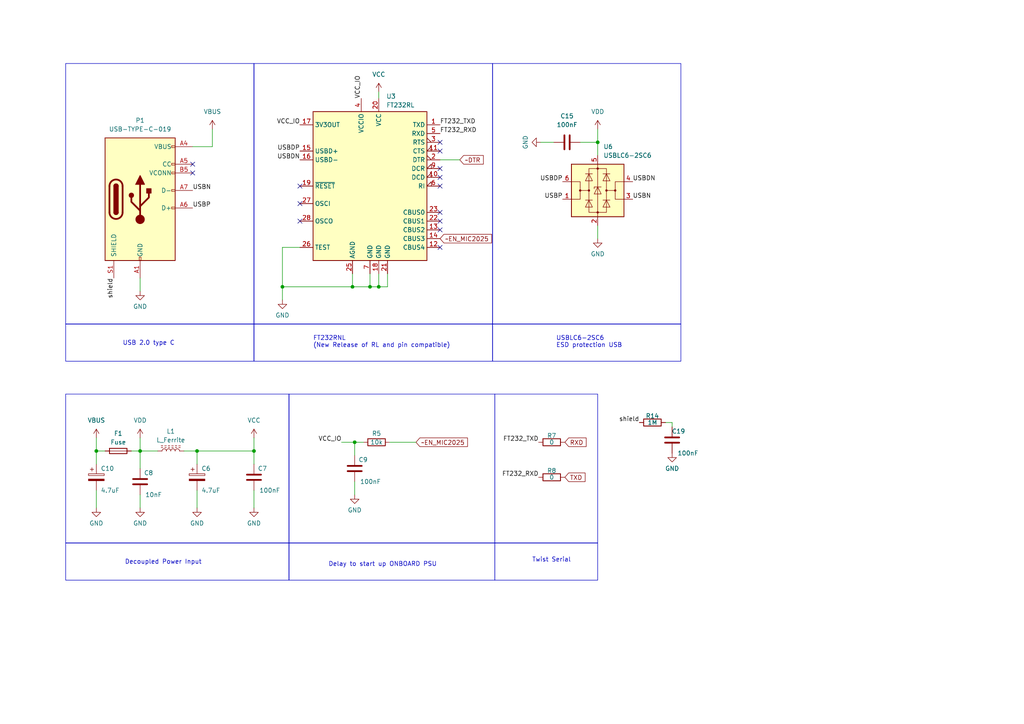
<source format=kicad_sch>
(kicad_sch (version 20230121) (generator eeschema)
  (paper "A4")
  (lib_symbols
    (symbol "Connector:USB_C_Plug_USB2.0" (pin_names (offset 1.016))
      (property "Reference" "P" (at -10.16 19.05 0))
      (property "Value" "USB_C_Plug_USB2.0" (at 12.7 19.05 0))
      (symbol "USB_C_Plug_USB2.0_0_0"
        (rectangle (start -0.254 -17.78) (end 0.254 -16.764))
        (rectangle (start 10.16 -2.286) (end 9.144 -2.794))
        (rectangle (start 10.16 2.794) (end 9.144 2.286))
        (rectangle (start 10.16 7.874) (end 9.144 7.366))
        (rectangle (start 10.16 10.414) (end 9.144 9.906))
        (rectangle (start 10.16 15.494) (end 9.144 14.986))
      )
      (symbol "USB_C_Plug_USB2.0_0_1"
        (rectangle (start -10.16 17.78) (end 10.16 -17.78) (stroke (width 0.254)) (fill (type background)))
        (arc (start -8.89 -3.81) (mid -6.985 -5.7067) (end -5.08 -3.81) (stroke (width 0.508)))
        (arc (start -7.62 -3.81) (mid -6.985 -4.4423) (end -6.35 -3.81) (stroke (width 0.254)))
        (arc (start -7.62 -3.81) (mid -6.985 -4.4423) (end -6.35 -3.81) (stroke (width 0.254)) (fill (type outline)))
        (rectangle (start -7.62 -3.81) (end -6.35 3.81) (stroke (width 0.254)) (fill (type outline)))
        (arc (start -6.35 3.81) (mid -6.985 4.4423) (end -7.62 3.81) (stroke (width 0.254)))
        (arc (start -6.35 3.81) (mid -6.985 4.4423) (end -7.62 3.81) (stroke (width 0.254)) (fill (type outline)))
        (arc (start -5.08 3.81) (mid -6.985 5.7067) (end -8.89 3.81) (stroke (width 0.508)))
        (circle (center -2.54 1.143) (radius 0.635) (stroke (width 0.254)) (fill (type outline)))
        (circle (center 0 -5.842) (radius 1.27) (fill (type outline)))
        (polyline (pts (xy -8.89 -3.81) (xy -8.89 3.81)) (stroke (width 0.508)))
        (polyline (pts (xy -5.08 3.81) (xy -5.08 -3.81)) (stroke (width 0.508)))
        (polyline (pts (xy 0 -5.842) (xy 0 4.318)) (stroke (width 0.508)))
        (polyline (pts (xy 0 -3.302) (xy -2.54 -0.762) (xy -2.54 0.508)) (stroke (width 0.508)))
        (polyline (pts (xy 0 -2.032) (xy 2.54 0.508) (xy 2.54 1.778)) (stroke (width 0.508)))
        (polyline (pts (xy -1.27 4.318) (xy 0 6.858) (xy 1.27 4.318) (xy -1.27 4.318)) (stroke (width 0.254)) (fill (type outline)))
        (rectangle (start 1.905 1.778) (end 3.175 3.048) (stroke (width 0.254)) (fill (type outline)))
      )
      (symbol "USB_C_Plug_USB2.0_1_1"
        (pin passive line (at 0 -22.86 90) (length 5.08) (name "GND") (number "A1"))
        (pin passive line (at 0 -22.86 90) (length 5.08) hide (name "GND") (number "A12"))
        (pin passive line (at 15.24 15.24 180) (length 5.08) (name "VBUS") (number "A4"))
        (pin bidirectional line (at 15.24 10.16 180) (length 5.08) (name "CC") (number "A5"))
        (pin bidirectional line (at 15.24 -2.54 180) (length 5.08) (name "D+") (number "A6"))
        (pin bidirectional line (at 15.24 2.54 180) (length 5.08) (name "D-") (number "A7"))
        (pin passive line (at 15.24 15.24 180) (length 5.08) hide (name "VBUS") (number "A9"))
        (pin passive line (at 0 -22.86 90) (length 5.08) hide (name "GND") (number "B1"))
        (pin passive line (at 0 -22.86 90) (length 5.08) hide (name "GND") (number "B12"))
        (pin passive line (at 15.24 15.24 180) (length 5.08) hide (name "VBUS") (number "B4"))
        (pin bidirectional line (at 15.24 7.62 180) (length 5.08) (name "VCONN") (number "B5"))
        (pin passive line (at 15.24 15.24 180) (length 5.08) hide (name "VBUS") (number "B9"))
        (pin passive line (at -7.62 -22.86 90) (length 5.08) (name "SHIELD") (number "S1"))
      )
    )
    (symbol "Device:C" (pin_numbers hide) (pin_names (offset 0.254))
      (property "Reference" "C" (at 0.635 2.54 0))
      (property "Value" "C" (at 0.635 -2.54 0))
      (symbol "C_0_1"
        (polyline (pts (xy -2.032 -0.762) (xy 2.032 -0.762)) (stroke (width 0.508)))
        (polyline (pts (xy -2.032 0.762) (xy 2.032 0.762)) (stroke (width 0.508)))
      )
      (symbol "C_1_1"
        (pin passive line (at 0 3.81 270) (length 2.794) (name "~") (number "1"))
        (pin passive line (at 0 -3.81 90) (length 2.794) (name "~") (number "2"))
      )
    )
    (symbol "Device:C_Polarized" (pin_numbers hide) (pin_names (offset 0.254))
      (property "Reference" "C" (at 0.635 2.54 0))
      (property "Value" "C_Polarized" (at 0.635 -2.54 0))
      (symbol "C_Polarized_0_1"
        (rectangle (start -2.286 0.508) (end 2.286 1.016))
        (polyline (pts (xy -1.778 2.286) (xy -0.762 2.286)))
        (polyline (pts (xy -1.27 2.794) (xy -1.27 1.778)))
        (rectangle (start 2.286 -0.508) (end -2.286 -1.016) (fill (type outline)))
      )
      (symbol "C_Polarized_1_1"
        (pin passive line (at 0 3.81 270) (length 2.794) (name "~") (number "1"))
        (pin passive line (at 0 -3.81 90) (length 2.794) (name "~") (number "2"))
      )
    )
    (symbol "Device:Fuse" (pin_numbers hide) (pin_names (offset 0))
      (property "Reference" "F" (at 2.032 0 90))
      (property "Value" "Fuse" (at -1.905 0 90))
      (symbol "Fuse_0_1"
        (rectangle (start -0.762 -2.54) (end 0.762 2.54) (stroke (width 0.254)))
        (polyline (pts (xy 0 2.54) (xy 0 -2.54)))
      )
      (symbol "Fuse_1_1"
        (pin passive line (at 0 3.81 270) (length 1.27) (name "~") (number "1"))
        (pin passive line (at 0 -3.81 90) (length 1.27) (name "~") (number "2"))
      )
    )
    (symbol "Device:L_Ferrite" (pin_numbers hide) (pin_names (offset 1.016) hide)
      (property "Reference" "L" (at -1.27 0 90))
      (property "Value" "L_Ferrite" (at 2.794 0 90))
      (symbol "L_Ferrite_0_1"
        (arc (start 0 -2.54) (mid 0.6323 -1.905) (end 0 -1.27))
        (arc (start 0 -1.27) (mid 0.6323 -0.635) (end 0 0))
        (polyline (pts (xy 1.016 -2.794) (xy 1.016 -2.286)))
        (polyline (pts (xy 1.016 -1.778) (xy 1.016 -1.27)))
        (polyline (pts (xy 1.016 -0.762) (xy 1.016 -0.254)))
        (polyline (pts (xy 1.016 0.254) (xy 1.016 0.762)))
        (polyline (pts (xy 1.016 1.27) (xy 1.016 1.778)))
        (polyline (pts (xy 1.016 2.286) (xy 1.016 2.794)))
        (polyline (pts (xy 1.524 -2.286) (xy 1.524 -2.794)))
        (polyline (pts (xy 1.524 -1.27) (xy 1.524 -1.778)))
        (polyline (pts (xy 1.524 -0.254) (xy 1.524 -0.762)))
        (polyline (pts (xy 1.524 0.762) (xy 1.524 0.254)))
        (polyline (pts (xy 1.524 1.778) (xy 1.524 1.27)))
        (polyline (pts (xy 1.524 2.794) (xy 1.524 2.286)))
        (arc (start 0 0) (mid 0.6323 0.635) (end 0 1.27))
        (arc (start 0 1.27) (mid 0.6323 1.905) (end 0 2.54))
      )
      (symbol "L_Ferrite_1_1"
        (pin passive line (at 0 3.81 270) (length 1.27) (name "1") (number "1"))
        (pin passive line (at 0 -3.81 90) (length 1.27) (name "2") (number "2"))
      )
    )
    (symbol "Device:R" (pin_numbers hide) (pin_names (offset 0))
      (property "Reference" "R" (at 2.032 0 90))
      (property "Value" "R" (at 0 0 90))
      (symbol "R_0_1"
        (rectangle (start -1.016 -2.54) (end 1.016 2.54) (stroke (width 0.254)))
      )
      (symbol "R_1_1"
        (pin passive line (at 0 3.81 270) (length 1.27) (name "~") (number "1"))
        (pin passive line (at 0 -3.81 90) (length 1.27) (name "~") (number "2"))
      )
    )
    (symbol "Interface_USB:FT232RL"
      (property "Reference" "U" (at -16.51 22.86 0))
      (property "Value" "FT232RL" (at 10.16 22.86 0))
      (symbol "FT232RL_0_1"
        (rectangle (start -16.51 21.59) (end 16.51 -21.59) (stroke (width 0.254)) (fill (type background)))
      )
      (symbol "FT232RL_1_1"
        (pin output line (at 20.32 17.78 180) (length 3.81) (name "TXD") (number "1"))
        (pin input input_low (at 20.32 2.54 180) (length 3.81) (name "DCD") (number "10"))
        (pin input input_low (at 20.32 10.16 180) (length 3.81) (name "CTS") (number "11"))
        (pin bidirectional line (at 20.32 -17.78 180) (length 3.81) (name "CBUS4") (number "12"))
        (pin bidirectional line (at 20.32 -12.7 180) (length 3.81) (name "CBUS2") (number "13"))
        (pin bidirectional line (at 20.32 -15.24 180) (length 3.81) (name "CBUS3") (number "14"))
        (pin bidirectional line (at -20.32 10.16 0) (length 3.81) (name "USBD+") (number "15"))
        (pin bidirectional line (at -20.32 7.62 0) (length 3.81) (name "USBD-") (number "16"))
        (pin power_out line (at -20.32 17.78 0) (length 3.81) (name "3V3OUT") (number "17"))
        (pin power_in line (at 2.54 -25.4 90) (length 3.81) (name "GND") (number "18"))
        (pin input line (at -20.32 0 0) (length 3.81) (name "~{RESET}") (number "19"))
        (pin output output_low (at 20.32 7.62 180) (length 3.81) (name "DTR") (number "2"))
        (pin power_in line (at 2.54 25.4 270) (length 3.81) (name "VCC") (number "20"))
        (pin power_in line (at 5.08 -25.4 90) (length 3.81) (name "GND") (number "21"))
        (pin bidirectional line (at 20.32 -10.16 180) (length 3.81) (name "CBUS1") (number "22"))
        (pin bidirectional line (at 20.32 -7.62 180) (length 3.81) (name "CBUS0") (number "23"))
        (pin power_in line (at -5.08 -25.4 90) (length 3.81) (name "AGND") (number "25"))
        (pin input line (at -20.32 -17.78 0) (length 3.81) (name "TEST") (number "26"))
        (pin input line (at -20.32 -5.08 0) (length 3.81) (name "OSCI") (number "27"))
        (pin output line (at -20.32 -10.16 0) (length 3.81) (name "OSCO") (number "28"))
        (pin output output_low (at 20.32 12.7 180) (length 3.81) (name "RTS") (number "3"))
        (pin power_in line (at -2.54 25.4 270) (length 3.81) (name "VCCIO") (number "4"))
        (pin input line (at 20.32 15.24 180) (length 3.81) (name "RXD") (number "5"))
        (pin input input_low (at 20.32 0 180) (length 3.81) (name "RI") (number "6"))
        (pin power_in line (at 0 -25.4 90) (length 3.81) (name "GND") (number "7"))
        (pin input input_low (at 20.32 5.08 180) (length 3.81) (name "DCR") (number "9"))
      )
    )
    (symbol "Power_Protection:USBLC6-2SC6" (pin_names hide)
      (property "Reference" "U" (at 2.54 8.89 0))
      (property "Value" "USBLC6-2SC6" (at 2.54 -8.89 0))
      (symbol "USBLC6-2SC6_0_1"
        (rectangle (start -7.62 -7.62) (end 7.62 7.62) (stroke (width 0.254)) (fill (type background)))
        (circle (center -5.08 0) (radius 0.254) (fill (type outline)))
        (circle (center -2.54 0) (radius 0.254) (fill (type outline)))
        (rectangle (start -2.54 6.35) (end 2.54 -6.35))
        (circle (center 0 -6.35) (radius 0.254) (fill (type outline)))
        (polyline (pts (xy -5.08 -2.54) (xy -7.62 -2.54)))
        (polyline (pts (xy -5.08 0) (xy -5.08 -2.54)))
        (polyline (pts (xy -5.08 2.54) (xy -7.62 2.54)))
        (polyline (pts (xy -1.524 -2.794) (xy -3.556 -2.794)))
        (polyline (pts (xy -1.524 4.826) (xy -3.556 4.826)))
        (polyline (pts (xy 0 -7.62) (xy 0 -6.35)))
        (polyline (pts (xy 0 -6.35) (xy 0 1.27)))
        (polyline (pts (xy 0 1.27) (xy 0 6.35)))
        (polyline (pts (xy 0 6.35) (xy 0 7.62)))
        (polyline (pts (xy 1.524 -2.794) (xy 3.556 -2.794)))
        (polyline (pts (xy 1.524 4.826) (xy 3.556 4.826)))
        (polyline (pts (xy 5.08 -2.54) (xy 7.62 -2.54)))
        (polyline (pts (xy 5.08 0) (xy 5.08 -2.54)))
        (polyline (pts (xy 5.08 2.54) (xy 7.62 2.54)))
        (polyline (pts (xy -2.54 0) (xy -5.08 0) (xy -5.08 2.54)))
        (polyline (pts (xy 2.54 0) (xy 5.08 0) (xy 5.08 2.54)))
        (polyline (pts (xy -3.556 -4.826) (xy -1.524 -4.826) (xy -2.54 -2.794) (xy -3.556 -4.826)))
        (polyline (pts (xy -3.556 2.794) (xy -1.524 2.794) (xy -2.54 4.826) (xy -3.556 2.794)))
        (polyline (pts (xy -1.016 -1.016) (xy 1.016 -1.016) (xy 0 1.016) (xy -1.016 -1.016)))
        (polyline (pts (xy 1.016 1.016) (xy 0.762 1.016) (xy -1.016 1.016) (xy -1.016 0.508)))
        (polyline (pts (xy 3.556 -4.826) (xy 1.524 -4.826) (xy 2.54 -2.794) (xy 3.556 -4.826)))
        (polyline (pts (xy 3.556 2.794) (xy 1.524 2.794) (xy 2.54 4.826) (xy 3.556 2.794)))
        (circle (center 0 6.35) (radius 0.254) (fill (type outline)))
        (circle (center 2.54 0) (radius 0.254) (fill (type outline)))
        (circle (center 5.08 0) (radius 0.254) (fill (type outline)))
      )
      (symbol "USBLC6-2SC6_1_1"
        (pin passive line (at -10.16 -2.54 0) (length 2.54) (name "I/O1") (number "1"))
        (pin passive line (at 0 -10.16 90) (length 2.54) (name "GND") (number "2"))
        (pin passive line (at 10.16 -2.54 180) (length 2.54) (name "I/O2") (number "3"))
        (pin passive line (at 10.16 2.54 180) (length 2.54) (name "I/O2") (number "4"))
        (pin passive line (at 0 10.16 270) (length 2.54) (name "VBUS") (number "5"))
        (pin passive line (at -10.16 2.54 0) (length 2.54) (name "I/O1") (number "6"))
      )
    )
    (symbol "power:GND" (power) (pin_names (offset 0))
      (property "Value" "GND" (at 0 -3.81 0))
      (symbol "GND_0_1"
        (polyline (pts (xy 0 0) (xy 0 -1.27) (xy 1.27 -1.27) (xy 0 -2.54) (xy -1.27 -1.27) (xy 0 -1.27)))
      )
      (symbol "GND_1_1"
        (pin power_in line (at 0 0 270) (length 0) hide (name "GND") (number "1"))
      )
    )
    (symbol "power:VBUS" (power) (pin_names (offset 0))
      (property "Value" "VBUS" (at 0 3.81 0))
      (symbol "VBUS_0_1"
        (polyline (pts (xy -0.762 1.27) (xy 0 2.54)))
        (polyline (pts (xy 0 0) (xy 0 2.54)))
        (polyline (pts (xy 0 2.54) (xy 0.762 1.27)))
      )
      (symbol "VBUS_1_1"
        (pin power_in line (at 0 0 90) (length 0) hide (name "VBUS") (number "1"))
      )
    )
    (symbol "power:VCC" (power) (pin_names (offset 0))
      (property "Value" "VCC" (at 0 3.81 0))
      (symbol "VCC_0_1"
        (polyline (pts (xy -0.762 1.27) (xy 0 2.54)))
        (polyline (pts (xy 0 0) (xy 0 2.54)))
        (polyline (pts (xy 0 2.54) (xy 0.762 1.27)))
      )
      (symbol "VCC_1_1"
        (pin power_in line (at 0 0 90) (length 0) hide (name "VCC") (number "1"))
      )
    )
    (symbol "power:VDD" (power) (pin_names (offset 0))
      (property "Value" "VDD" (at 0 3.81 0))
      (symbol "VDD_0_1"
        (polyline (pts (xy -0.762 1.27) (xy 0 2.54)))
        (polyline (pts (xy 0 0) (xy 0 2.54)))
        (polyline (pts (xy 0 2.54) (xy 0.762 1.27)))
      )
      (symbol "VDD_1_1"
        (pin power_in line (at 0 0 90) (length 0) hide (name "VDD") (number "1"))
      )
    )
  )
  (junction (at 27.94 130.81))
  (junction (at 173.355 41.275))
  (junction (at 102.235 83.185))
  (junction (at 40.64 130.81))
  (junction (at 81.915 83.185))
  (junction (at 109.855 83.185))
  (junction (at 107.315 83.185))
  (junction (at 73.66 130.81))
  (junction (at 57.15 130.81))
  (junction (at 102.87 128.27))
  (no_connect (at 127.635 41.275))
  (no_connect (at 127.635 48.895))
  (no_connect (at 127.635 53.975))
  (no_connect (at 55.88 50.165))
  (no_connect (at 86.995 59.055))
  (no_connect (at 86.995 53.975))
  (no_connect (at 127.635 51.435))
  (no_connect (at 127.635 71.755))
  (no_connect (at 127.635 61.595))
  (no_connect (at 55.88 47.625))
  (no_connect (at 127.635 64.135))
  (no_connect (at 86.995 64.135))
  (no_connect (at 127.635 66.675))
  (no_connect (at 127.635 43.815))
  (wire (pts (xy 61.595 37.465) (xy 61.595 42.545)))
  (wire (pts (xy 102.87 128.27) (xy 102.87 132.08)))
  (wire (pts (xy 61.595 42.545) (xy 55.88 42.545)))
  (wire (pts (xy 173.355 41.275) (xy 173.355 37.465)))
  (wire (pts (xy 30.48 130.81) (xy 27.94 130.81)))
  (wire (pts (xy 102.235 83.185) (xy 107.315 83.185)))
  (wire (pts (xy 53.34 130.81) (xy 57.15 130.81)))
  (wire (pts (xy 160.655 41.275) (xy 156.845 41.275)))
  (wire (pts (xy 86.995 71.755) (xy 81.915 71.755)))
  (wire (pts (xy 168.275 41.275) (xy 173.355 41.275)))
  (wire (pts (xy 57.15 142.24) (xy 57.15 147.32)))
  (wire (pts (xy 102.87 139.7) (xy 102.87 143.51)))
  (wire (pts (xy 81.915 71.755) (xy 81.915 83.185)))
  (wire (pts (xy 57.15 130.81) (xy 73.66 130.81)))
  (wire (pts (xy 109.855 79.375) (xy 109.855 83.185)))
  (wire (pts (xy 40.64 143.51) (xy 40.64 147.32)))
  (wire (pts (xy 109.855 26.67) (xy 109.855 28.575)))
  (wire (pts (xy 173.355 41.275) (xy 173.355 45.085)))
  (wire (pts (xy 38.1 130.81) (xy 40.64 130.81)))
  (wire (pts (xy 173.355 65.405) (xy 173.355 69.215)))
  (wire (pts (xy 27.94 142.24) (xy 27.94 147.32)))
  (wire (pts (xy 107.315 83.185) (xy 109.855 83.185)))
  (wire (pts (xy 40.64 80.645) (xy 40.64 84.455)))
  (wire (pts (xy 102.87 128.27) (xy 99.06 128.27)))
  (wire (pts (xy 113.03 128.27) (xy 120.65 128.27)))
  (wire (pts (xy 105.41 128.27) (xy 102.87 128.27)))
  (wire (pts (xy 73.66 142.24) (xy 73.66 147.32)))
  (wire (pts (xy 73.66 130.81) (xy 73.66 134.62)))
  (wire (pts (xy 27.94 130.81) (xy 27.94 127)))
  (wire (pts (xy 102.235 79.375) (xy 102.235 83.185)))
  (wire (pts (xy 102.235 83.185) (xy 81.915 83.185)))
  (wire (pts (xy 194.945 122.555) (xy 194.945 123.825)))
  (wire (pts (xy 40.64 127) (xy 40.64 130.81)))
  (wire (pts (xy 109.855 83.185) (xy 112.395 83.185)))
  (wire (pts (xy 193.04 122.555) (xy 194.945 122.555)))
  (wire (pts (xy 57.15 130.81) (xy 57.15 134.62)))
  (wire (pts (xy 40.64 130.81) (xy 40.64 135.89)))
  (wire (pts (xy 81.915 83.185) (xy 81.915 86.995)))
  (wire (pts (xy 73.66 130.81) (xy 73.66 127)))
  (wire (pts (xy 107.315 83.185) (xy 107.315 79.375)))
  (wire (pts (xy 133.35 46.355) (xy 127.635 46.355)))
  (wire (pts (xy 112.395 83.185) (xy 112.395 79.375)))
  (wire (pts (xy 40.64 130.81) (xy 45.72 130.81)))
  (wire (pts (xy 27.94 130.81) (xy 27.94 134.62)))
  (rectangle (start 142.875 93.98) (end 197.485 104.775))
  (rectangle (start 143.51 114.3) (end 173.355 157.48))
  (rectangle (start 143.51 157.48) (end 173.355 168.275))
  (rectangle (start 19.05 18.415) (end 73.66 93.98))
  (rectangle (start 83.82 114.3) (end 143.51 157.48))
  (rectangle (start 19.05 157.48) (end 83.82 168.275))
  (rectangle (start 73.66 93.98) (end 142.875 104.775))
  (rectangle (start 73.66 18.415) (end 142.875 93.98))
  (rectangle (start 19.05 93.98) (end 73.66 104.775))
  (rectangle (start 19.05 114.3) (end 83.82 157.48))
  (rectangle (start 142.875 18.415) (end 197.485 93.98))
  (rectangle (start 83.82 157.48) (end 143.51 168.275))
  (text "USBLC6-2SC6\nESD protection USB\n" (at 161.29 100.965 0) (effects (font (size 1.27 1.27)) (justify left bottom)))
  (text "Decoupled Power Input" (at 36.195 163.83 0) (effects (font (size 1.27 1.27)) (justify left bottom)))
  (text "USB 2.0 type C " (at 35.56 100.33 0) (effects (font (size 1.27 1.27)) (justify left bottom)))
  (text "Twist Serial" (at 154.305 163.195 0) (effects (font (size 1.27 1.27)) (justify left bottom)))
  (text "Delay to start up ONBOARD PSU " (at 95.25 164.465 0) (effects (font (size 1.27 1.27)) (justify left bottom)))
  (text "FT232RNL\n(New Release of RL and pin compatible) " (at 90.805 100.965 0) (effects (font (size 1.27 1.27)) (justify left bottom)))
  (label "FT232_RXD" (at 156.21 138.43 180))
  (label "USBDP" (at 163.195 52.705 180))
  (label "shield" (at 33.02 80.645 270))
  (label "VCC_IO" (at 86.995 36.195 180))
  (label "VCC_IO" (at 99.06 128.27 180))
  (label "USBDN" (at 183.515 52.705 0))
  (label "FT232_TXD" (at 127.635 36.195 0))
  (label "USBP" (at 55.88 60.325 0))
  (label "USBDN" (at 86.995 46.355 180))
  (label "FT232_TXD" (at 156.21 128.27 180))
  (label "VCC_IO" (at 104.775 28.575 90))
  (label "USBDP" (at 86.995 43.815 180))
  (label "USBP" (at 163.195 57.785 180))
  (label "FT232_RXD" (at 127.635 38.735 0))
  (label "shield" (at 185.42 122.555 180))
  (label "USBN" (at 183.515 57.785 0))
  (label "USBN" (at 55.88 55.245 0))
  (global_label "TXD" (shape input) (at 163.83 138.43 0) (property "Intersheetrefs" "${INTERSHEET_REFS}" (effects hide)))
  (global_label "~EN_MIC2025" (shape input) (at 120.65 128.27 0) (property "Intersheetrefs" "${INTERSHEET_REFS}" (effects hide)))
  (global_label "RXD" (shape input) (at 163.83 128.27 0) (property "Intersheetrefs" "${INTERSHEET_REFS}" (effects hide)))
  (global_label "~DTR" (shape input) (at 133.35 46.355 0) (property "Intersheetrefs" "${INTERSHEET_REFS}" (effects hide)))
  (global_label "~EN_MIC2025" (shape input) (at 127.635 69.215 0) (property "Intersheetrefs" "${INTERSHEET_REFS}" (effects hide)))
  (symbol (lib_id "Device:R") (at 189.23 122.555 90) (unit 1)
    (property "Reference" "R14" (at 189.23 120.65 90))
    (property "Value" "1M" (at 189.23 122.555 90))
    (property "Footprint" "Resistor_SMD:R_1206_3216Metric" (effects hide))
    (property "Man #:" "SCR1206J1M" (effects hide))
    (property "Fab:" "VO" (effects hide))
  )
  (symbol (lib_id "power:GND") (at 27.94 147.32 0) (unit 1)
    (property "Reference" "#PWR016" (effects hide))
    (property "Value" "GND" (at 27.94 151.765 0))
  )
  (symbol (lib_id "Device:C") (at 194.945 127.635 0) (mirror y) (unit 1)
    (property "Reference" "C19" (at 198.755 125.095 0) (effects (justify left)))
    (property "Value" "100nF" (at 202.565 131.445 0) (effects (justify left)))
    (property "Footprint" "Capacitor_SMD:C_1206_3216Metric" (effects hide))
    (property "Man #:" "CC1206KKX7RCBB103" (effects hide))
    (property "Fab:" "Yageo" (effects hide))
  )
  (symbol (lib_id "Device:C") (at 40.64 139.7 0) (mirror y) (unit 1)
    (property "Reference" "C8" (at 44.45 137.16 0) (effects (justify left)))
    (property "Value" "10nF" (at 46.99 143.51 0) (effects (justify left)))
    (property "Footprint" "Capacitor_SMD:C_1206_3216Metric" (effects hide))
  )
  (symbol (lib_id "power:VBUS") (at 61.595 37.465 0) (unit 1)
    (property "Reference" "#PWR019" (effects hide))
    (property "Value" "VBUS" (at 61.595 32.385 0))
    (instances (project "JTAGFinder" (path "" (reference "#PWR019") (unit 1)) (path "" (reference "#PWR021") (unit 1))))
  )
  (symbol (lib_id "Device:Fuse") (at 34.29 130.81 90) (unit 1)
    (property "Reference" "F1" (at 34.29 125.73 90))
    (property "Value" "Fuse" (at 34.29 128.27 90))
    (property "Footprint" "Fuse:Fuse_1210_3225Metric" (effects hide))
    (property "Man #:" "JK-SMD1210-010/30V" (effects hide))
    (property "Fab:" "Jinrui Electronic Materials Co." (effects hide))
  )
  (symbol (lib_id "power:GND") (at 81.915 86.995 0) (unit 1)
    (property "Reference" "#PWR016" (effects hide))
    (property "Value" "GND" (at 81.915 91.44 0))
    (instances (project "JTAGFinder" (path "" (reference "#PWR016") (unit 1)) (path "" (reference "#PWR022") (unit 1))))
  )
  (symbol (lib_id "power:GND") (at 156.845 41.275 270) (unit 1)
    (property "Reference" "#PWR016" (effects hide))
    (property "Value" "GND" (at 152.4 41.275 0))
    (instances (project "JTAGFinder" (path "" (reference "#PWR016") (unit 1)) (path "" (reference "#PWR035") (unit 1))))
  )
  (symbol (lib_id "power:GND") (at 73.66 147.32 0) (unit 1)
    (property "Reference" "#PWR016" (effects hide))
    (property "Value" "GND" (at 73.66 151.765 0))
    (instances (project "JTAGFinder" (path "" (reference "#PWR016") (unit 1)) (path "" (reference "#PWR019") (unit 1))))
  )
  (symbol (lib_id "Device:R") (at 160.02 138.43 90) (unit 1)
    (property "Reference" "R8" (at 160.02 136.525 90))
    (property "Value" "0" (at 160.02 138.43 90))
    (property "Footprint" "Resistor_SMD:R_1206_3216Metric" (effects hide))
    (property "Man #:" "RTT06000JTP" (effects hide))
    (property "Fab:" "RALEC" (effects hide))
  )
  (symbol (lib_id "Interface_USB:FT232RL") (at 107.315 53.975 0) (unit 1)
    (property "Reference" "U3" (at 112.0491 27.94 0) (effects (justify left)))
    (property "Value" "FT232RL" (at 112.0491 30.48 0) (effects (justify left)))
    (property "Footprint" "Package_SO:SSOP-28_5.3x10.2mm_P0.65mm" (effects hide))
    (property "Datasheet" "https://www.ftdichip.com/Support/Documents/DataSheets/ICs/DS_FT232R.pdf" (effects hide))
    (instances (project "JTAGFinder" (path "" (reference "U3") (unit 1)) (path "" (reference "U4") (unit 1))))
  )
  (symbol (lib_id "Power_Protection:USBLC6-2SC6") (at 173.355 55.245 0) (unit 1)
    (property "Reference" "U6" (at 175.0061 42.545 0) (effects (justify left)))
    (property "Value" "USBLC6-2SC6" (at 175.0061 45.085 0) (effects (justify left)))
    (property "Footprint" "Package_TO_SOT_SMD:SOT-23-6" (effects hide))
    (property "Datasheet" "https://www.st.com/resource/en/datasheet/usblc6-2.pdf" (effects hide))
  )
  (symbol (lib_id "Connector:USB_C_Plug_USB2.0") (at 40.64 57.785 0) (unit 1)
    (property "Reference" "P1" (at 40.64 34.925 0))
    (property "Value" "USB-TYPE-C-019" (at 40.64 37.465 0))
    (property "Footprint" "Connector_USB:USB_C_Receptacle_GCT_USB4105-xx-A_16P_TopMnt_Horizontal" (effects hide))
    (property "Datasheet" "https://datasheet.lcsc.com/lcsc/2201121330_DEALON-USB-TYPE-C-019_C2927039.pdf" (effects hide))
    (property "Fabr.: " "Amphenol FCI" (effects hide))
    (property "Datasheet:" "https://cdn.amphenol-cs.com/media/wysiwyg/files/drawing/10164359.pdf" (effects hide))
    (property "Man #:" "USB-TYPE-C-019" (effects hide))
    (property "Fab:" "dealon" (effects hide))
    (instances (project "JTAGFinder" (path "" (reference "P1") (unit 1)) (path "" (reference "P2") (unit 1))))
  )
  (symbol (lib_id "power:GND") (at 102.87 143.51 0) (unit 1)
    (property "Reference" "#PWR016" (effects hide))
    (property "Value" "GND" (at 102.87 147.955 0))
    (instances (project "JTAGFinder" (path "" (reference "#PWR016") (unit 1)) (path "" (reference "#PWR024") (unit 1))))
  )
  (symbol (lib_id "power:VDD") (at 173.355 37.465 0) (unit 1)
    (property "Reference" "#PWR033" (effects hide))
    (property "Value" "VDD" (at 173.355 32.385 0))
  )
  (symbol (lib_id "power:VBUS") (at 27.94 127 0) (unit 1)
    (property "Reference" "#PWR019" (effects hide))
    (property "Value" "VBUS" (at 27.94 121.92 0))
    (instances (project "JTAGFinder" (path "" (reference "#PWR019") (unit 1)) (path "" (reference "#PWR025") (unit 1))))
  )
  (symbol (lib_id "power:GND") (at 173.355 69.215 0) (unit 1)
    (property "Reference" "#PWR016" (effects hide))
    (property "Value" "GND" (at 173.355 73.66 0))
    (instances (project "JTAGFinder" (path "" (reference "#PWR016") (unit 1)) (path "" (reference "#PWR028") (unit 1))))
  )
  (symbol (lib_id "power:GND") (at 57.15 147.32 0) (unit 1)
    (property "Reference" "#PWR016" (effects hide))
    (property "Value" "GND" (at 57.15 151.765 0))
    (instances (project "JTAGFinder" (path "" (reference "#PWR016") (unit 1)) (path "" (reference "#PWR018") (unit 1))))
  )
  (symbol (lib_id "power:VDD") (at 40.64 127 0) (unit 1)
    (property "Reference" "#PWR029" (effects hide))
    (property "Value" "VDD" (at 40.64 121.92 0))
  )
  (symbol (lib_id "Device:C") (at 102.87 135.89 0) (mirror y) (unit 1)
    (property "Reference" "C9" (at 106.68 133.35 0) (effects (justify left)))
    (property "Value" "100nF" (at 110.49 139.7 0) (effects (justify left)))
    (property "Footprint" "Capacitor_SMD:C_1206_3216Metric" (effects hide))
    (property "Man #:" "CC1206KKX7RCBB103" (effects hide))
    (property "Fab:" "Yageo" (effects hide))
  )
  (symbol (lib_id "power:VCC") (at 109.855 26.67 0) (unit 1)
    (property "Reference" "#PWR018" (effects hide))
    (property "Value" "VCC" (at 109.855 21.59 0))
    (instances (project "JTAGFinder" (path "" (reference "#PWR018") (unit 1)) (path "" (reference "#PWR036") (unit 1))))
  )
  (symbol (lib_id "Device:R") (at 109.22 128.27 90) (unit 1)
    (property "Reference" "R5" (at 109.22 125.73 90))
    (property "Value" "10k" (at 109.22 128.27 90))
    (property "Footprint" "Resistor_SMD:R_1206_3216Metric" (effects hide))
    (property "Man #:" "SCR1206J10K" (effects hide))
    (property "Fab:" "VO" (effects hide))
  )
  (symbol (lib_id "power:GND") (at 40.64 84.455 0) (unit 1)
    (property "Reference" "#PWR017" (effects hide))
    (property "Value" "GND" (at 40.64 88.9 0))
    (instances (project "JTAGFinder" (path "" (reference "#PWR017") (unit 1)) (path "" (reference "#PWR020") (unit 1))))
  )
  (symbol (lib_id "Device:L_Ferrite") (at 49.53 130.81 90) (unit 1)
    (property "Reference" "L1" (at 49.53 125.095 90))
    (property "Value" "L_Ferrite" (at 49.53 127.635 90))
    (property "Footprint" "Resistor_SMD:R_1206_3216Metric" (effects hide))
    (property "Man #:" "GZ3216D000TF" (effects hide))
  )
  (symbol (lib_id "Device:C") (at 164.465 41.275 90) (unit 1)
    (property "Reference" "C15" (at 164.465 33.655 90))
    (property "Value" "100nF" (at 164.465 36.195 90))
    (property "Footprint" "Capacitor_SMD:C_1206_3216Metric" (effects hide))
    (property "Man #:" "CC1206KKX7RCBB103" (effects hide))
    (property "Fab:" "Yageo" (effects hide))
  )
  (symbol (lib_id "power:GND") (at 194.945 131.445 0) (unit 1)
    (property "Reference" "#PWR016" (effects hide))
    (property "Value" "GND" (at 194.945 135.89 0))
    (instances (project "JTAGFinder" (path "" (reference "#PWR016") (unit 1)) (path "" (reference "#PWR050") (unit 1))))
  )
  (symbol (lib_id "Device:C") (at 73.66 138.43 0) (mirror y) (unit 1)
    (property "Reference" "C7" (at 77.47 135.89 0) (effects (justify left)))
    (property "Value" "100nF" (at 81.28 142.24 0) (effects (justify left)))
    (property "Footprint" "Capacitor_SMD:C_1206_3216Metric" (effects hide))
    (property "Man #:" "CC1206KKX7RCBB103" (effects hide))
    (property "Fab:" "Yageo" (effects hide))
  )
  (symbol (lib_id "Device:R") (at 160.02 128.27 90) (unit 1)
    (property "Reference" "R7" (at 160.02 126.365 90))
    (property "Value" "0" (at 160.02 128.27 90))
    (property "Footprint" "Resistor_SMD:R_1206_3216Metric" (effects hide))
    (property "Man #:" "RTT06000JTP" (effects hide))
    (property "Fab:" "RALEC" (effects hide))
  )
  (symbol (lib_id "power:VCC") (at 73.66 127 0) (unit 1)
    (property "Reference" "#PWR018" (effects hide))
    (property "Value" "VCC" (at 73.66 121.92 0))
    (instances (project "JTAGFinder" (path "" (reference "#PWR018") (unit 1)) (path "" (reference "#PWR023") (unit 1))))
  )
  (symbol (lib_id "power:GND") (at 40.64 147.32 0) (unit 1)
    (property "Reference" "#PWR016" (effects hide))
    (property "Value" "GND" (at 40.64 151.765 0))
    (instances (project "JTAGFinder" (path "" (reference "#PWR016") (unit 1)) (path "" (reference "#PWR017") (unit 1))))
  )
  (symbol (lib_id "Device:C_Polarized") (at 57.15 138.43 0) (unit 1)
    (property "Reference" "C6" (at 58.42 135.89 0) (effects (justify left)))
    (property "Value" "4.7uF" (at 58.42 142.24 0) (effects (justify left)))
    (property "Footprint" "Capacitor_SMD:CP_Elec_4x5.4" (effects hide))
    (property "Man #:" "CK1H4R7M-CRC54" (effects hide))
    (property "Fab:" "	ROQANG" (effects hide))
  )
  (symbol (lib_id "Device:C_Polarized") (at 27.94 138.43 0) (unit 1)
    (property "Reference" "C10" (at 29.21 135.89 0) (effects (justify left)))
    (property "Value" "4.7uF" (at 29.21 142.24 0) (effects (justify left)))
    (property "Footprint" "Capacitor_SMD:CP_Elec_4x5.4" (effects hide))
    (property "Man #:" "CK1H4R7M-CRC54" (effects hide))
    (property "Fab:" "	ROQANG" (effects hide))
  )
)
</source>
